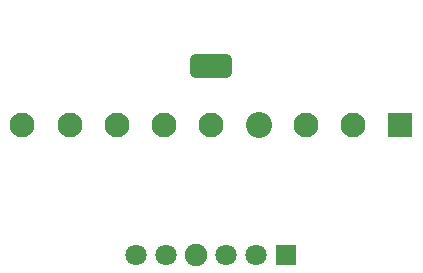
<source format=gts>
G04 Layer_Color=8388736*
%FSLAX43Y43*%
%MOMM*%
G71*
G01*
G75*
%ADD23C,1.800*%
%ADD24R,1.800X1.800*%
%ADD25C,1.903*%
%ADD26C,2.100*%
%ADD27C,2.203*%
G04:AMPARAMS|DCode=28|XSize=3.6mm|YSize=2.1mm|CornerRadius=0.55mm|HoleSize=0mm|Usage=FLASHONLY|Rotation=180.000|XOffset=0mm|YOffset=0mm|HoleType=Round|Shape=RoundedRectangle|*
%AMROUNDEDRECTD28*
21,1,3.600,1.000,0,0,180.0*
21,1,2.500,2.100,0,0,180.0*
1,1,1.100,-1.250,0.500*
1,1,1.100,1.250,0.500*
1,1,1.100,1.250,-0.500*
1,1,1.100,-1.250,-0.500*
%
%ADD28ROUNDEDRECTD28*%
%ADD29R,2.100X2.100*%
%ADD30C,0.100*%
D23*
X13645Y2000D02*
D03*
X21265Y2000D02*
D03*
X23805Y2000D02*
D03*
X16185Y2000D02*
D03*
D24*
X26345Y2000D02*
D03*
D25*
X18725Y2000D02*
D03*
D26*
X16000Y13000D02*
D03*
X28000D02*
D03*
X32000D02*
D03*
X20000D02*
D03*
X12000D02*
D03*
X8000D02*
D03*
X4000D02*
D03*
D27*
X24000D02*
D03*
D28*
X20000Y18000D02*
D03*
D29*
X36000Y13000D02*
D03*
D30*
X20000Y23000D02*
D03*
M02*

</source>
